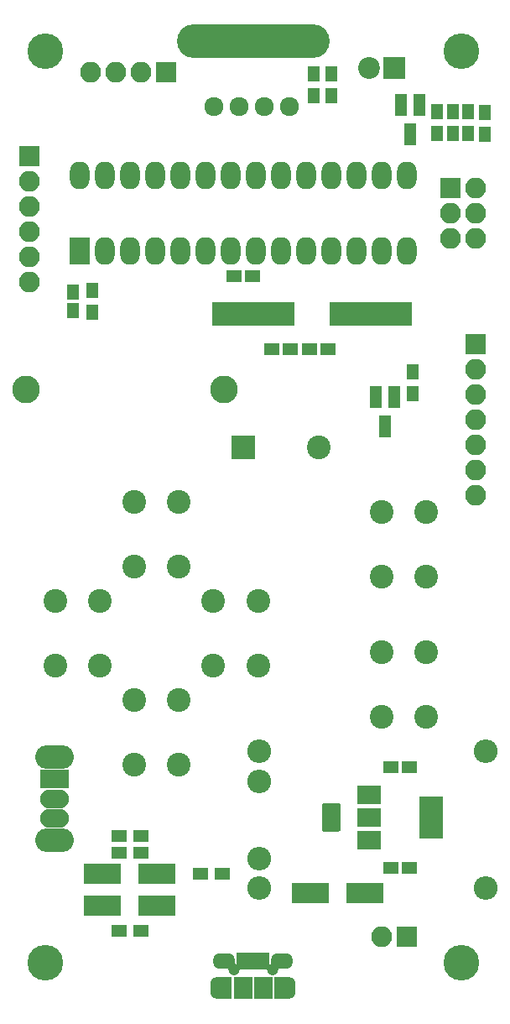
<source format=gts>
G04 #@! TF.GenerationSoftware,KiCad,Pcbnew,(5.0.0)*
G04 #@! TF.CreationDate,2019-04-09T22:58:22-03:00*
G04 #@! TF.ProjectId,FranzBoy,4672616E7A426F792E6B696361645F70,rev?*
G04 #@! TF.SameCoordinates,Original*
G04 #@! TF.FileFunction,Soldermask,Top*
G04 #@! TF.FilePolarity,Negative*
%FSLAX46Y46*%
G04 Gerber Fmt 4.6, Leading zero omitted, Abs format (unit mm)*
G04 Created by KiCad (PCBNEW (5.0.0)) date 04/09/19 22:58:22*
%MOMM*%
%LPD*%
G01*
G04 APERTURE LIST*
%ADD10O,2.400000X2.400000*%
%ADD11C,3.600000*%
%ADD12C,2.400000*%
%ADD13R,2.400000X2.400000*%
%ADD14O,2.000000X2.800000*%
%ADD15R,2.000000X2.800000*%
%ADD16O,2.100000X2.100000*%
%ADD17R,2.100000X2.100000*%
%ADD18R,1.300000X1.600000*%
%ADD19R,1.150000X1.600000*%
%ADD20R,1.600000X1.150000*%
%ADD21R,8.275000X2.400000*%
%ADD22R,1.200000X2.300000*%
%ADD23C,1.924000*%
%ADD24R,3.700000X2.100000*%
%ADD25R,1.600000X1.300000*%
%ADD26R,2.400000X1.900000*%
%ADD27R,2.400000X4.200000*%
%ADD28C,2.800000*%
%ADD29R,2.900000X1.900000*%
%ADD30O,2.900000X1.900000*%
%ADD31O,3.900000X2.400000*%
%ADD32O,15.400000X3.400000*%
%ADD33C,2.200000*%
%ADD34R,2.200000X2.200000*%
%ADD35C,0.300000*%
%ADD36C,0.100000*%
%ADD37R,1.600000X2.300000*%
%ADD38O,1.600000X2.300000*%
%ADD39R,1.900000X2.300000*%
%ADD40R,0.800000X1.750000*%
%ADD41O,2.300000X1.600000*%
%ADD42C,1.200000*%
G04 APERTURE END LIST*
D10*
G04 #@! TO.C,U3*
X135636000Y-154644000D03*
X135636000Y-157644000D03*
X135636000Y-165444000D03*
X135636000Y-168444000D03*
X158496000Y-154644000D03*
X158496000Y-168444000D03*
G04 #@! TD*
D11*
G04 #@! TO.C,REF\002A\002A*
X156000000Y-176000000D03*
G04 #@! TD*
G04 #@! TO.C,REF\002A\002A*
X114000000Y-176000000D03*
G04 #@! TD*
G04 #@! TO.C,REF\002A\002A*
X114000000Y-84000000D03*
G04 #@! TD*
D12*
G04 #@! TO.C,BZ1*
X141600000Y-124000000D03*
D13*
X134000000Y-124000000D03*
G04 #@! TD*
D14*
G04 #@! TO.C,U1*
X117475000Y-96520000D03*
X150495000Y-104140000D03*
X120015000Y-96520000D03*
X147955000Y-104140000D03*
X122555000Y-96520000D03*
X145415000Y-104140000D03*
X125095000Y-96520000D03*
X142875000Y-104140000D03*
X127635000Y-96520000D03*
X140335000Y-104140000D03*
X130175000Y-96520000D03*
X137795000Y-104140000D03*
X132715000Y-96520000D03*
X135255000Y-104140000D03*
X135255000Y-96520000D03*
X132715000Y-104140000D03*
X137795000Y-96520000D03*
X130175000Y-104140000D03*
X140335000Y-96520000D03*
X127635000Y-104140000D03*
X142875000Y-96520000D03*
X125095000Y-104140000D03*
X145415000Y-96520000D03*
X122555000Y-104140000D03*
X147955000Y-96520000D03*
X120015000Y-104140000D03*
X150495000Y-96520000D03*
D15*
X117475000Y-104140000D03*
G04 #@! TD*
D12*
G04 #@! TO.C,SW1*
X123000000Y-129500000D03*
X127500000Y-129500000D03*
X123000000Y-136000000D03*
X127500000Y-136000000D03*
G04 #@! TD*
G04 #@! TO.C,SW2*
X127500000Y-156000000D03*
X123000000Y-156000000D03*
X127500000Y-149500000D03*
X123000000Y-149500000D03*
G04 #@! TD*
G04 #@! TO.C,SW3*
X115000000Y-139500000D03*
X119500000Y-139500000D03*
X115000000Y-146000000D03*
X119500000Y-146000000D03*
G04 #@! TD*
G04 #@! TO.C,SW4*
X135500000Y-146000000D03*
X131000000Y-146000000D03*
X135500000Y-139500000D03*
X131000000Y-139500000D03*
G04 #@! TD*
G04 #@! TO.C,SW5*
X148000000Y-130500000D03*
X152500000Y-130500000D03*
X148000000Y-137000000D03*
X152500000Y-137000000D03*
G04 #@! TD*
G04 #@! TO.C,SW6*
X152455000Y-151130000D03*
X147955000Y-151130000D03*
X152455000Y-144630000D03*
X147955000Y-144630000D03*
G04 #@! TD*
D16*
G04 #@! TO.C,ISP*
X157480000Y-102870000D03*
X154940000Y-102870000D03*
X157480000Y-100330000D03*
X154940000Y-100330000D03*
X157480000Y-97790000D03*
D17*
X154940000Y-97790000D03*
G04 #@! TD*
D18*
G04 #@! TO.C,R1*
X118745000Y-108120000D03*
X118745000Y-110320000D03*
G04 #@! TD*
D19*
G04 #@! TO.C,C1*
X116840000Y-108270000D03*
X116840000Y-110170000D03*
G04 #@! TD*
D16*
G04 #@! TO.C,J2*
X112395000Y-107315000D03*
X112395000Y-104775000D03*
X112395000Y-102235000D03*
X112395000Y-99695000D03*
X112395000Y-97155000D03*
D17*
X112395000Y-94615000D03*
G04 #@! TD*
D20*
G04 #@! TO.C,C2*
X136845000Y-114046000D03*
X138745000Y-114046000D03*
G04 #@! TD*
G04 #@! TO.C,C3*
X140655000Y-114046000D03*
X142555000Y-114046000D03*
G04 #@! TD*
D21*
G04 #@! TO.C,Y1*
X146907500Y-110490000D03*
X135032500Y-110490000D03*
G04 #@! TD*
D22*
G04 #@! TO.C,Q1*
X148336000Y-121896000D03*
X147386000Y-118896000D03*
X149286000Y-118896000D03*
G04 #@! TD*
D20*
G04 #@! TO.C,C4*
X134935000Y-106680000D03*
X133035000Y-106680000D03*
G04 #@! TD*
D23*
G04 #@! TO.C,LCD1*
X131064000Y-89598500D03*
X133604000Y-89598500D03*
X136144000Y-89598500D03*
X138684000Y-89598500D03*
G04 #@! TD*
D18*
G04 #@! TO.C,R2*
X142875000Y-88476000D03*
X142875000Y-86276000D03*
G04 #@! TD*
G04 #@! TO.C,R3*
X141097000Y-86276000D03*
X141097000Y-88476000D03*
G04 #@! TD*
D20*
G04 #@! TO.C,C5*
X150810000Y-166370000D03*
X148910000Y-166370000D03*
G04 #@! TD*
G04 #@! TO.C,C6*
X148910000Y-156210000D03*
X150810000Y-156210000D03*
G04 #@! TD*
D18*
G04 #@! TO.C,D1*
X155194000Y-90140882D03*
X155194000Y-92340882D03*
G04 #@! TD*
G04 #@! TO.C,R4*
X156718000Y-92340882D03*
X156718000Y-90140882D03*
G04 #@! TD*
D24*
G04 #@! TO.C,D2*
X125305000Y-167005000D03*
X119805000Y-167005000D03*
G04 #@! TD*
G04 #@! TO.C,D3*
X125305000Y-170180000D03*
X119805000Y-170180000D03*
G04 #@! TD*
D25*
G04 #@! TO.C,R5*
X131910000Y-167005000D03*
X129710000Y-167005000D03*
G04 #@! TD*
G04 #@! TO.C,R6*
X121455000Y-172720000D03*
X123655000Y-172720000D03*
G04 #@! TD*
G04 #@! TO.C,R7*
X121455000Y-163195000D03*
X123655000Y-163195000D03*
G04 #@! TD*
G04 #@! TO.C,R8*
X123655000Y-164846000D03*
X121455000Y-164846000D03*
G04 #@! TD*
D24*
G04 #@! TO.C,D4*
X140760000Y-168910000D03*
X146260000Y-168910000D03*
G04 #@! TD*
D16*
G04 #@! TO.C,J3*
X147955000Y-173355000D03*
D17*
X150495000Y-173355000D03*
G04 #@! TD*
D26*
G04 #@! TO.C,U2*
X146710000Y-158990000D03*
X146710000Y-163590000D03*
X146710000Y-161290000D03*
D27*
X153010000Y-161290000D03*
G04 #@! TD*
D28*
G04 #@! TO.C,BT1*
X132080000Y-118110000D03*
X112080000Y-118110000D03*
G04 #@! TD*
D29*
G04 #@! TO.C,SW7*
X114935000Y-157416500D03*
D30*
X114935000Y-159416500D03*
X114935000Y-161416500D03*
D31*
X114935000Y-155216500D03*
X114935000Y-163616500D03*
G04 #@! TD*
D11*
G04 #@! TO.C,REF\002A\002A*
X156000000Y-84000000D03*
G04 #@! TD*
D32*
G04 #@! TO.C,REF\002A\002A*
X135000000Y-83000000D03*
G04 #@! TD*
D33*
G04 #@! TO.C,D5*
X146685000Y-85725000D03*
D34*
X149225000Y-85725000D03*
G04 #@! TD*
D22*
G04 #@! TO.C,Q2*
X150876000Y-92432000D03*
X149926000Y-89432000D03*
X151826000Y-89432000D03*
G04 #@! TD*
D18*
G04 #@! TO.C,R9*
X151130000Y-116375000D03*
X151130000Y-118575000D03*
G04 #@! TD*
G04 #@! TO.C,R10*
X153574000Y-92340882D03*
X153574000Y-90140882D03*
G04 #@! TD*
G04 #@! TO.C,R11*
X158369000Y-90170000D03*
X158369000Y-92370000D03*
G04 #@! TD*
D16*
G04 #@! TO.C,J5*
X118618000Y-86106000D03*
X121158000Y-86106000D03*
X123698000Y-86106000D03*
D17*
X126238000Y-86106000D03*
G04 #@! TD*
D16*
G04 #@! TO.C,J6*
X157480000Y-128778000D03*
X157480000Y-126238000D03*
X157480000Y-123698000D03*
X157480000Y-121158000D03*
X157480000Y-118618000D03*
X157480000Y-116078000D03*
D17*
X157480000Y-113538000D03*
G04 #@! TD*
D35*
G04 #@! TO.C,JP1*
X142875000Y-160565000D03*
D36*
G36*
X141928843Y-160025982D02*
X141940224Y-159988463D01*
X141958706Y-159953886D01*
X141983579Y-159923579D01*
X142013886Y-159898706D01*
X142048463Y-159880224D01*
X142085982Y-159868843D01*
X142125000Y-159865000D01*
X143625000Y-159865000D01*
X143664018Y-159868843D01*
X143701537Y-159880224D01*
X143736114Y-159898706D01*
X143766421Y-159923579D01*
X143791294Y-159953886D01*
X143809776Y-159988463D01*
X143821157Y-160025982D01*
X143825000Y-160065000D01*
X143825000Y-161215000D01*
X143821157Y-161254018D01*
X143809776Y-161291537D01*
X143791294Y-161326114D01*
X143766421Y-161356421D01*
X143736114Y-161381294D01*
X143701537Y-161399776D01*
X143664018Y-161411157D01*
X143625000Y-161415000D01*
X143585982Y-161411157D01*
X143548463Y-161399776D01*
X143514060Y-161381410D01*
X142875000Y-160955370D01*
X142235940Y-161381410D01*
X142201343Y-161399856D01*
X142163813Y-161411198D01*
X142124791Y-161415000D01*
X142085777Y-161411116D01*
X142048270Y-161399696D01*
X142013712Y-161381178D01*
X141983431Y-161356273D01*
X141958590Y-161325940D01*
X141940144Y-161291343D01*
X141928802Y-161253813D01*
X141925000Y-161215000D01*
X141925000Y-160065000D01*
X141928843Y-160025982D01*
X141928843Y-160025982D01*
G37*
D35*
X142875000Y-162015000D03*
D36*
G36*
X141928843Y-161475982D02*
X141940224Y-161438463D01*
X141958706Y-161403886D01*
X141983579Y-161373579D01*
X142014060Y-161348590D01*
X142764060Y-160848590D01*
X142798657Y-160830144D01*
X142836187Y-160818802D01*
X142875209Y-160815000D01*
X142914223Y-160818884D01*
X142951730Y-160830304D01*
X142985940Y-160848590D01*
X143735940Y-161348590D01*
X143766273Y-161373431D01*
X143791178Y-161403712D01*
X143809696Y-161438270D01*
X143821116Y-161475777D01*
X143825000Y-161515000D01*
X143825000Y-162515000D01*
X143821157Y-162554018D01*
X143809776Y-162591537D01*
X143791294Y-162626114D01*
X143766421Y-162656421D01*
X143736114Y-162681294D01*
X143701537Y-162699776D01*
X143664018Y-162711157D01*
X143625000Y-162715000D01*
X142125000Y-162715000D01*
X142085982Y-162711157D01*
X142048463Y-162699776D01*
X142013886Y-162681294D01*
X141983579Y-162656421D01*
X141958706Y-162626114D01*
X141940224Y-162591537D01*
X141928843Y-162554018D01*
X141925000Y-162515000D01*
X141925000Y-161515000D01*
X141928843Y-161475982D01*
X141928843Y-161475982D01*
G37*
G04 #@! TD*
D37*
G04 #@! TO.C,J4*
X132101000Y-178529500D03*
X137901000Y-178529500D03*
D38*
X138501000Y-178529500D03*
X131501000Y-178529500D03*
D39*
X134001000Y-178529500D03*
D40*
X135001000Y-175829500D03*
X135651000Y-175829500D03*
X136301000Y-175829500D03*
X133701000Y-175829500D03*
X134351000Y-175829500D03*
D39*
X136001000Y-178529500D03*
D41*
X137901000Y-175829500D03*
X132101000Y-175829500D03*
D42*
X136951000Y-176629500D03*
X133051000Y-176629500D03*
G04 #@! TD*
M02*

</source>
